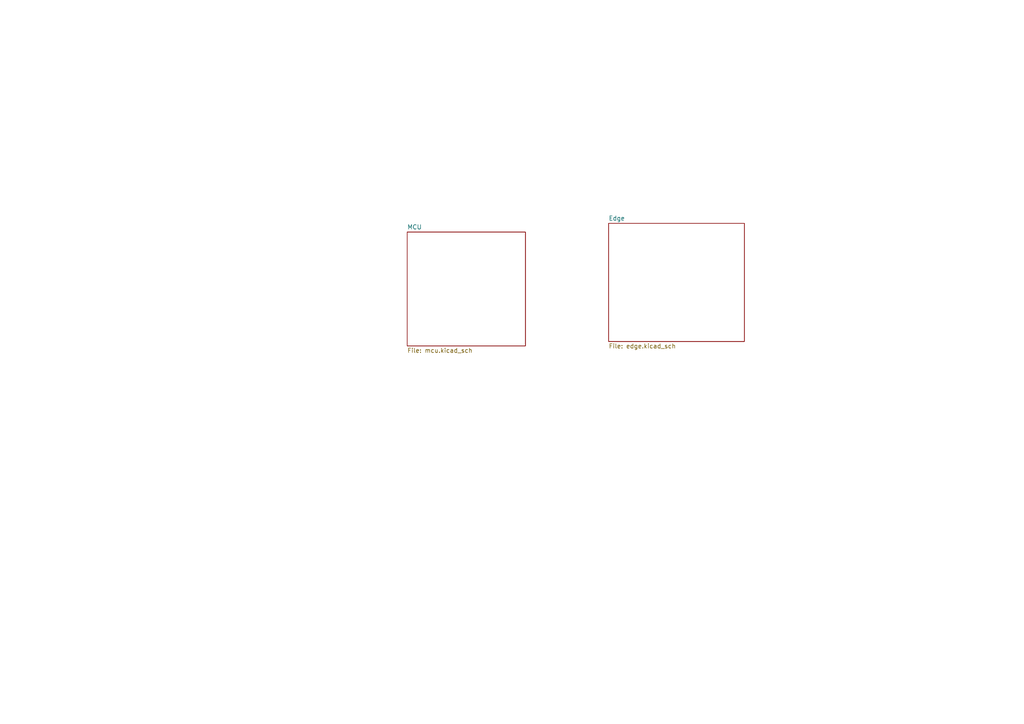
<source format=kicad_sch>
(kicad_sch
	(version 20231120)
	(generator "eeschema")
	(generator_version "8.0")
	(uuid "39ff0b5f-8261-41d1-8a2d-c7a2086279d0")
	(paper "A4")
	(lib_symbols)
	(sheet
		(at 118.11 67.31)
		(size 34.29 33.02)
		(fields_autoplaced yes)
		(stroke
			(width 0.1524)
			(type solid)
		)
		(fill
			(color 0 0 0 0.0000)
		)
		(uuid "8440ff19-af99-4c35-b648-28317e09074a")
		(property "Sheetname" "MCU"
			(at 118.11 66.5984 0)
			(effects
				(font
					(size 1.27 1.27)
				)
				(justify left bottom)
			)
		)
		(property "Sheetfile" "mcu.kicad_sch"
			(at 118.11 100.9146 0)
			(effects
				(font
					(size 1.27 1.27)
				)
				(justify left top)
			)
		)
		(instances
			(project "testrack_module_stm32f4v"
				(path "/39ff0b5f-8261-41d1-8a2d-c7a2086279d0"
					(page "3")
				)
			)
		)
	)
	(sheet
		(at 176.53 64.77)
		(size 39.37 34.29)
		(fields_autoplaced yes)
		(stroke
			(width 0.1524)
			(type solid)
		)
		(fill
			(color 0 0 0 0.0000)
		)
		(uuid "fd195f85-6c15-4c37-9ad0-e457a9671f02")
		(property "Sheetname" "Edge"
			(at 176.53 64.0584 0)
			(effects
				(font
					(size 1.27 1.27)
				)
				(justify left bottom)
			)
		)
		(property "Sheetfile" "edge.kicad_sch"
			(at 176.53 99.6446 0)
			(effects
				(font
					(size 1.27 1.27)
				)
				(justify left top)
			)
		)
		(instances
			(project "testrack_module_stm32f4v"
				(path "/39ff0b5f-8261-41d1-8a2d-c7a2086279d0"
					(page "2")
				)
			)
		)
	)
	(sheet_instances
		(path "/"
			(page "1")
		)
	)
)
</source>
